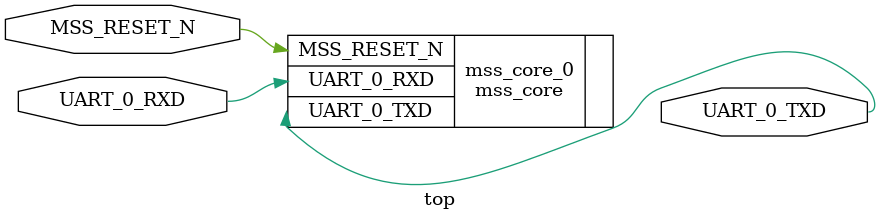
<source format=v>
`timescale 1 ns/100 ps


module top(
       UART_0_TXD,
       UART_0_RXD,
       MSS_RESET_N
    );
output UART_0_TXD;
input  UART_0_RXD;
input  MSS_RESET_N;

    wire GND_net, VCC_net;
    
    VCC VCC (.Y(VCC_net));
    mss_core mss_core_0 (.UART_0_TXD(UART_0_TXD), .UART_0_RXD(
        UART_0_RXD), .MSS_RESET_N(MSS_RESET_N));
    GND GND (.Y(GND_net));
    
endmodule

</source>
